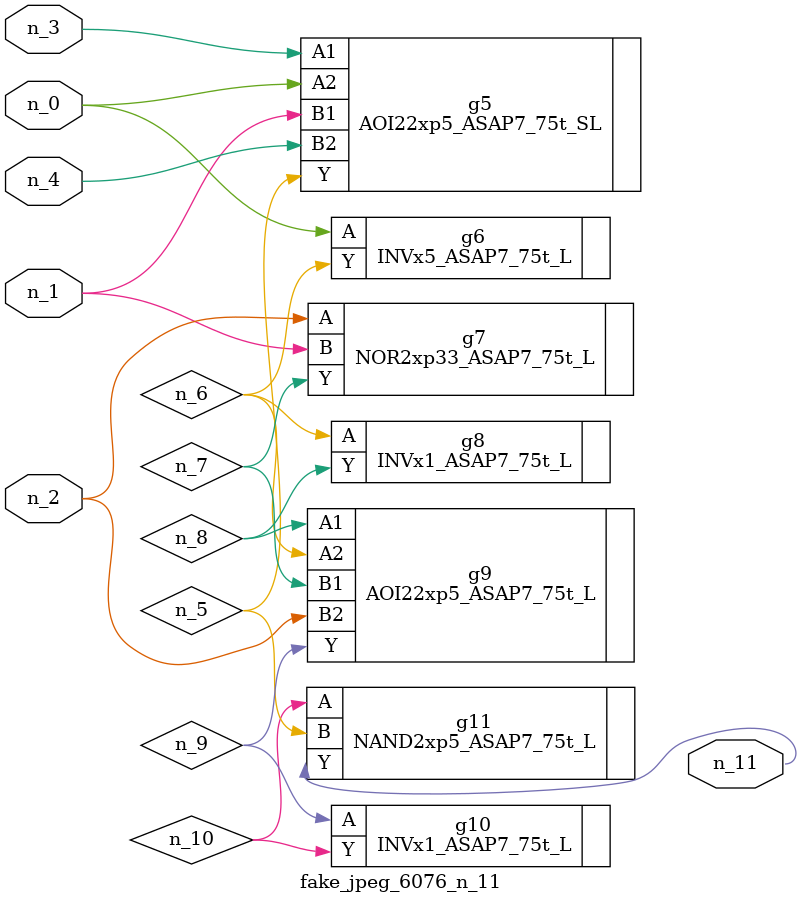
<source format=v>
module fake_jpeg_6076_n_11 (n_3, n_2, n_1, n_0, n_4, n_11);

input n_3;
input n_2;
input n_1;
input n_0;
input n_4;

output n_11;

wire n_10;
wire n_8;
wire n_9;
wire n_6;
wire n_5;
wire n_7;

AOI22xp5_ASAP7_75t_SL g5 ( 
.A1(n_3),
.A2(n_0),
.B1(n_1),
.B2(n_4),
.Y(n_5)
);

INVx5_ASAP7_75t_L g6 ( 
.A(n_0),
.Y(n_6)
);

NOR2xp33_ASAP7_75t_L g7 ( 
.A(n_2),
.B(n_1),
.Y(n_7)
);

INVx1_ASAP7_75t_L g8 ( 
.A(n_6),
.Y(n_8)
);

AOI22xp5_ASAP7_75t_L g9 ( 
.A1(n_8),
.A2(n_6),
.B1(n_7),
.B2(n_2),
.Y(n_9)
);

INVx1_ASAP7_75t_L g10 ( 
.A(n_9),
.Y(n_10)
);

NAND2xp5_ASAP7_75t_L g11 ( 
.A(n_10),
.B(n_5),
.Y(n_11)
);


endmodule
</source>
